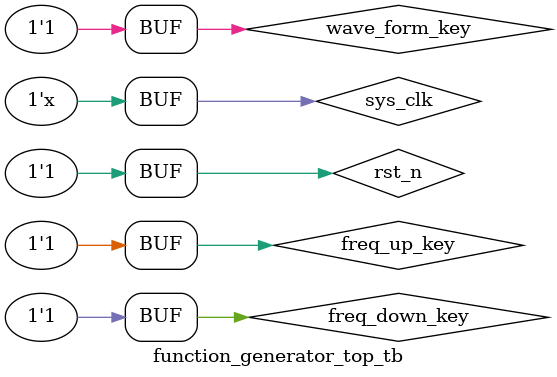
<source format=v>
`timescale 1ns/1ns

module function_generator_top_tb;

  // Parameters

  //Ports
  reg sys_clk;
  reg rst_n;
  reg freq_up_key;
  reg freq_down_key;
  reg wave_form_key;
  wire lcd_de;
  wire lcd_clk;
  wire [23:0] lcd_rgb;
  wire lcd_bl;
  wire lcd_hs;
  wire lcd_vs;
  wire lcd_rst;

always #10 sys_clk = ~sys_clk;


initial begin
sys_clk = 1'b0;
rst_n = 1'b0;
freq_up_key = 1'b1;
freq_down_key = 1'b1;
wave_form_key = 1'b1;
#100
rst_n = 1'b1;

end



  function_generator_top  function_generator_top_inst (
    .sys_clk(sys_clk),
    .rst_n(rst_n),
    .freq_up_key(freq_up_key),
    .freq_down_key(freq_down_key),
    .wave_form_key(wave_form_key),
    .lcd_de(lcd_de),
    .lcd_clk(lcd_clk),
    .lcd_rgb(lcd_rgb),
    .lcd_bl(lcd_bl),
    .lcd_hs(lcd_hs),
    .lcd_vs(lcd_vs),
    .lcd_rst(lcd_rst)
  );

//always #5  clk = ! clk ;

endmodule
</source>
